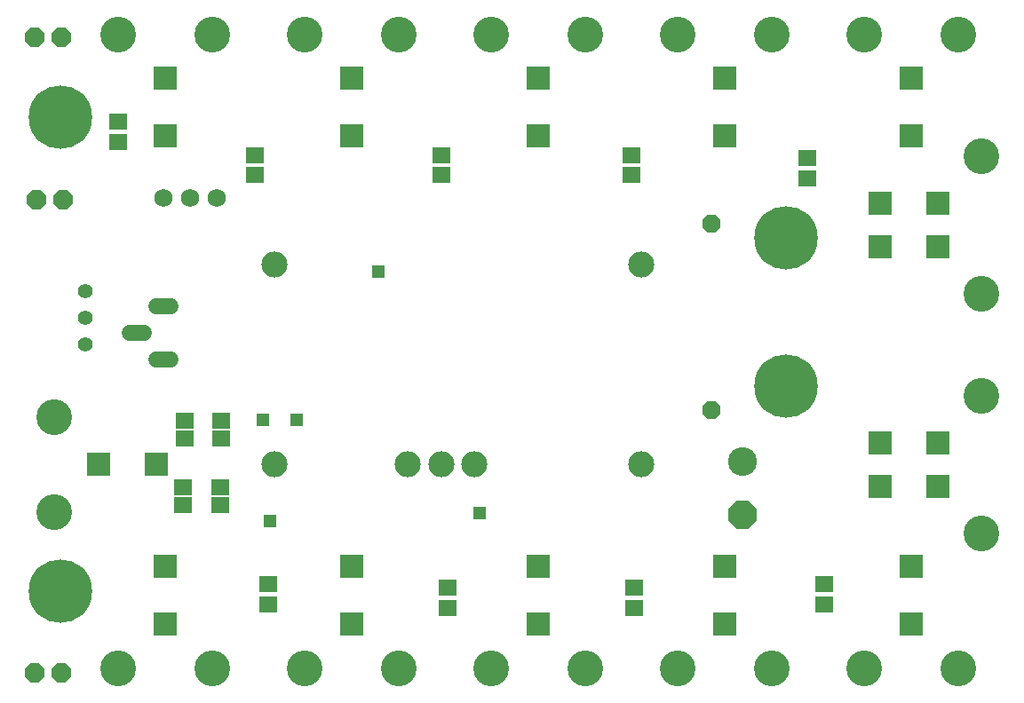
<source format=gts>
G75*
%MOIN*%
%OFA0B0*%
%FSLAX24Y24*%
%IPPOS*%
%LPD*%
%AMOC8*
5,1,8,0,0,1.08239X$1,22.5*
%
%ADD10C,0.1080*%
%ADD11OC8,0.1080*%
%ADD12R,0.0907X0.0907*%
%ADD13C,0.1340*%
%ADD14R,0.0710X0.0592*%
%ADD15C,0.0980*%
%ADD16C,0.0556*%
%ADD17OC8,0.0740*%
%ADD18C,0.0680*%
%ADD19R,0.0671X0.0592*%
%ADD20C,0.2380*%
%ADD21C,0.0600*%
%ADD22OC8,0.0680*%
%ADD23R,0.0476X0.0476*%
D10*
X029771Y011708D03*
D11*
X029771Y009708D03*
D12*
X029083Y007748D03*
X029083Y005583D03*
X036083Y005583D03*
X036083Y007748D03*
X037083Y010756D03*
X034918Y010756D03*
X034918Y012410D03*
X037083Y012410D03*
X037083Y019756D03*
X037083Y021410D03*
X034918Y021410D03*
X034918Y019756D03*
X036083Y023918D03*
X036083Y026083D03*
X029083Y026083D03*
X029083Y023918D03*
X022083Y023918D03*
X022083Y026083D03*
X015083Y026083D03*
X015083Y023918D03*
X008083Y023918D03*
X008083Y026083D03*
X007748Y011583D03*
X005583Y011583D03*
X008083Y007748D03*
X008083Y005583D03*
X015083Y005583D03*
X015083Y007748D03*
X022083Y007748D03*
X022083Y005583D03*
D13*
X020311Y003930D03*
X016855Y003930D03*
X013311Y003930D03*
X009855Y003930D03*
X006311Y003930D03*
X003930Y009811D03*
X003930Y013355D03*
X006311Y027737D03*
X009855Y027737D03*
X013311Y027737D03*
X016855Y027737D03*
X020311Y027737D03*
X023855Y027737D03*
X027311Y027737D03*
X030855Y027737D03*
X034311Y027737D03*
X037855Y027737D03*
X038737Y023181D03*
X038737Y017985D03*
X038737Y014181D03*
X038737Y008985D03*
X037855Y003930D03*
X034311Y003930D03*
X030855Y003930D03*
X027311Y003930D03*
X023855Y003930D03*
D14*
X006333Y023709D03*
X006333Y024457D03*
D15*
X012208Y019083D03*
X012208Y011583D03*
X017208Y011583D03*
X018458Y011583D03*
X019708Y011583D03*
X025958Y011583D03*
X025958Y019083D03*
D16*
X005083Y018083D03*
X005083Y017083D03*
X005083Y016083D03*
D17*
X003208Y003771D03*
X004208Y003771D03*
X004271Y021521D03*
X003271Y021521D03*
X003208Y027646D03*
X004208Y027646D03*
D18*
X008021Y021583D03*
X009021Y021583D03*
X010021Y021583D03*
D19*
X011458Y022459D03*
X011458Y023207D03*
X018458Y023207D03*
X018458Y022459D03*
X025583Y022459D03*
X025583Y023207D03*
X032208Y023082D03*
X032208Y022334D03*
X032833Y007082D03*
X032833Y006334D03*
X025708Y006209D03*
X025708Y006957D03*
X018708Y006957D03*
X018708Y006209D03*
X011958Y006334D03*
X011958Y007082D03*
X010146Y010061D03*
X010146Y010730D03*
X008771Y010730D03*
X008771Y010061D03*
X008833Y012561D03*
X008833Y013230D03*
X010208Y013230D03*
X010208Y012561D03*
D20*
X004146Y006833D03*
X004146Y024646D03*
X031396Y020083D03*
X031396Y014521D03*
D21*
X008281Y015521D02*
X007761Y015521D01*
X007281Y016521D02*
X006761Y016521D01*
X007761Y017521D02*
X008281Y017521D01*
D22*
X028583Y020646D03*
X028583Y013646D03*
D23*
X019896Y009771D03*
X013021Y013271D03*
X011771Y013271D03*
X012021Y009458D03*
X016083Y018833D03*
M02*

</source>
